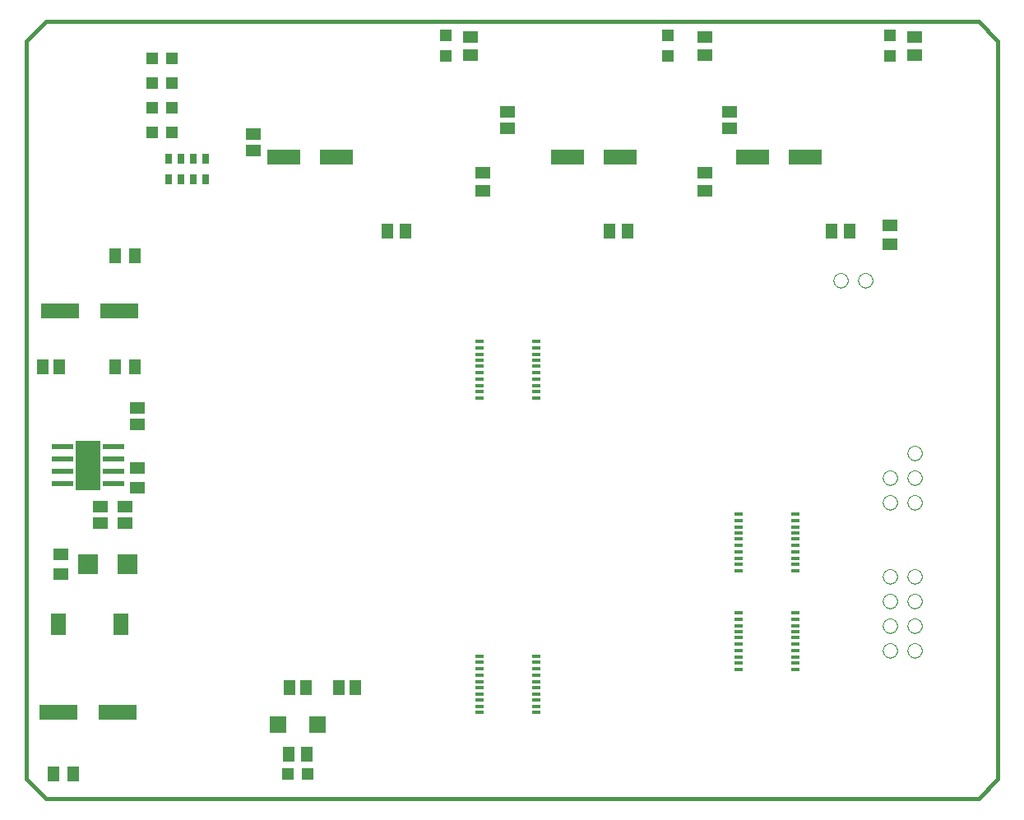
<source format=gtp>
G75*
%MOIN*%
%OFA0B0*%
%FSLAX25Y25*%
%IPPOS*%
%LPD*%
%AMOC8*
5,1,8,0,0,1.08239X$1,22.5*
%
%ADD10C,0.01600*%
%ADD11R,0.04724X0.04724*%
%ADD12R,0.05118X0.05906*%
%ADD13R,0.05906X0.05118*%
%ADD14R,0.13780X0.06299*%
%ADD15R,0.02953X0.04331*%
%ADD16R,0.08661X0.02362*%
%ADD17R,0.10000X0.20000*%
%ADD18R,0.06299X0.05118*%
%ADD19R,0.05118X0.06299*%
%ADD20R,0.15748X0.06299*%
%ADD21R,0.06299X0.08661*%
%ADD22R,0.03543X0.01378*%
%ADD23R,0.07087X0.06693*%
%ADD24C,0.00000*%
%ADD25R,0.07874X0.07874*%
D10*
X0015300Y0009674D02*
X0023174Y0001800D01*
X0401127Y0001800D01*
X0409001Y0009674D01*
X0409001Y0308887D01*
X0401127Y0316761D01*
X0023174Y0316761D01*
X0015300Y0308887D01*
X0015300Y0308800D02*
X0015300Y0009800D01*
D11*
X0121166Y0011800D03*
X0129434Y0011800D03*
X0074434Y0271800D03*
X0066166Y0271800D03*
X0066166Y0281800D03*
X0074434Y0281800D03*
X0074434Y0291800D03*
X0066166Y0291800D03*
X0066166Y0301800D03*
X0074434Y0301800D03*
X0185300Y0302666D03*
X0185300Y0310934D03*
X0275300Y0310934D03*
X0275300Y0302666D03*
X0365300Y0302666D03*
X0365300Y0310934D03*
D12*
X0349040Y0231800D03*
X0341560Y0231800D03*
X0259040Y0231800D03*
X0251560Y0231800D03*
X0169040Y0231800D03*
X0161560Y0231800D03*
X0028646Y0176800D03*
X0021954Y0176800D03*
X0121954Y0046800D03*
X0128646Y0046800D03*
X0141954Y0046800D03*
X0148646Y0046800D03*
X0129040Y0019800D03*
X0121560Y0019800D03*
D13*
X0055300Y0113454D03*
X0055300Y0120146D03*
X0045300Y0120146D03*
X0045300Y0113454D03*
X0060300Y0153454D03*
X0060300Y0160146D03*
X0107300Y0264454D03*
X0107300Y0271146D03*
X0195300Y0303060D03*
X0195300Y0310540D03*
X0210300Y0280146D03*
X0210300Y0273454D03*
X0200300Y0255540D03*
X0200300Y0248060D03*
X0290300Y0248060D03*
X0290300Y0255540D03*
X0300300Y0273454D03*
X0300300Y0280146D03*
X0290300Y0303060D03*
X0290300Y0310540D03*
X0375300Y0310540D03*
X0375300Y0303060D03*
X0365300Y0234040D03*
X0365300Y0226560D03*
D14*
X0330930Y0261800D03*
X0309670Y0261800D03*
X0255930Y0261800D03*
X0234670Y0261800D03*
X0140930Y0261800D03*
X0119670Y0261800D03*
D15*
X0087800Y0261013D03*
X0082800Y0261013D03*
X0077800Y0261013D03*
X0072800Y0261013D03*
X0072800Y0252587D03*
X0077800Y0252587D03*
X0082800Y0252587D03*
X0087800Y0252587D03*
D16*
X0050536Y0144300D03*
X0050536Y0139300D03*
X0050536Y0134300D03*
X0050536Y0129300D03*
X0030064Y0129300D03*
X0030064Y0134300D03*
X0030064Y0139300D03*
X0030064Y0144300D03*
D17*
X0040300Y0136800D03*
D18*
X0060300Y0135737D03*
X0060300Y0127863D03*
X0029300Y0100737D03*
X0029300Y0092863D03*
D19*
X0026363Y0011800D03*
X0034237Y0011800D03*
X0051363Y0176800D03*
X0059237Y0176800D03*
X0059237Y0221800D03*
X0051363Y0221800D03*
D20*
X0052820Y0199438D03*
X0028804Y0199438D03*
X0028292Y0036800D03*
X0052308Y0036800D03*
D21*
X0053489Y0072312D03*
X0028292Y0072312D03*
D22*
X0198784Y0059477D03*
X0198784Y0056918D03*
X0198784Y0054359D03*
X0198784Y0051800D03*
X0198784Y0049241D03*
X0198784Y0046682D03*
X0198784Y0044123D03*
X0198784Y0041741D03*
X0198784Y0039182D03*
X0198784Y0036623D03*
X0221816Y0036623D03*
X0221816Y0039182D03*
X0221816Y0041741D03*
X0221816Y0044123D03*
X0221816Y0046682D03*
X0221816Y0049241D03*
X0221816Y0051800D03*
X0221816Y0054359D03*
X0221816Y0056918D03*
X0221816Y0059477D03*
X0303784Y0059241D03*
X0303784Y0061800D03*
X0303784Y0064359D03*
X0303784Y0066918D03*
X0303784Y0069477D03*
X0303784Y0071859D03*
X0303784Y0074418D03*
X0303784Y0076977D03*
X0303784Y0094123D03*
X0303784Y0096682D03*
X0303784Y0099241D03*
X0303784Y0101800D03*
X0303784Y0104359D03*
X0303784Y0106918D03*
X0303784Y0109477D03*
X0303784Y0111859D03*
X0303784Y0114418D03*
X0303784Y0116977D03*
X0326816Y0116977D03*
X0326816Y0114418D03*
X0326816Y0111859D03*
X0326816Y0109477D03*
X0326816Y0106918D03*
X0326816Y0104359D03*
X0326816Y0101800D03*
X0326816Y0099241D03*
X0326816Y0096682D03*
X0326816Y0094123D03*
X0326816Y0076977D03*
X0326816Y0074418D03*
X0326816Y0071859D03*
X0326816Y0069477D03*
X0326816Y0066918D03*
X0326816Y0064359D03*
X0326816Y0061800D03*
X0326816Y0059241D03*
X0326816Y0056682D03*
X0326816Y0054123D03*
X0303784Y0054123D03*
X0303784Y0056682D03*
X0221816Y0164123D03*
X0221816Y0166682D03*
X0221816Y0169241D03*
X0221816Y0171800D03*
X0221816Y0174359D03*
X0221816Y0176918D03*
X0221816Y0179477D03*
X0221816Y0181859D03*
X0221816Y0184418D03*
X0221816Y0186977D03*
X0198784Y0186977D03*
X0198784Y0184418D03*
X0198784Y0181859D03*
X0198784Y0179477D03*
X0198784Y0176918D03*
X0198784Y0174359D03*
X0198784Y0171800D03*
X0198784Y0169241D03*
X0198784Y0166682D03*
X0198784Y0164123D03*
D23*
X0133371Y0031800D03*
X0117229Y0031800D03*
D24*
X0342400Y0211800D02*
X0342402Y0211907D01*
X0342408Y0212014D01*
X0342418Y0212121D01*
X0342432Y0212227D01*
X0342449Y0212333D01*
X0342471Y0212438D01*
X0342497Y0212542D01*
X0342526Y0212645D01*
X0342559Y0212747D01*
X0342596Y0212848D01*
X0342636Y0212947D01*
X0342681Y0213044D01*
X0342728Y0213140D01*
X0342780Y0213235D01*
X0342834Y0213327D01*
X0342892Y0213417D01*
X0342954Y0213505D01*
X0343018Y0213590D01*
X0343086Y0213673D01*
X0343157Y0213754D01*
X0343231Y0213832D01*
X0343307Y0213907D01*
X0343386Y0213979D01*
X0343468Y0214048D01*
X0343552Y0214114D01*
X0343639Y0214177D01*
X0343728Y0214237D01*
X0343819Y0214293D01*
X0343912Y0214346D01*
X0344007Y0214396D01*
X0344104Y0214442D01*
X0344203Y0214484D01*
X0344303Y0214523D01*
X0344404Y0214558D01*
X0344506Y0214589D01*
X0344610Y0214617D01*
X0344715Y0214640D01*
X0344820Y0214660D01*
X0344926Y0214676D01*
X0345032Y0214688D01*
X0345139Y0214696D01*
X0345246Y0214700D01*
X0345354Y0214700D01*
X0345461Y0214696D01*
X0345568Y0214688D01*
X0345674Y0214676D01*
X0345780Y0214660D01*
X0345885Y0214640D01*
X0345990Y0214617D01*
X0346094Y0214589D01*
X0346196Y0214558D01*
X0346297Y0214523D01*
X0346397Y0214484D01*
X0346496Y0214442D01*
X0346593Y0214396D01*
X0346688Y0214346D01*
X0346781Y0214293D01*
X0346872Y0214237D01*
X0346961Y0214177D01*
X0347048Y0214114D01*
X0347132Y0214048D01*
X0347214Y0213979D01*
X0347293Y0213907D01*
X0347369Y0213832D01*
X0347443Y0213754D01*
X0347514Y0213673D01*
X0347582Y0213590D01*
X0347646Y0213505D01*
X0347708Y0213417D01*
X0347766Y0213327D01*
X0347820Y0213235D01*
X0347872Y0213140D01*
X0347919Y0213044D01*
X0347964Y0212947D01*
X0348004Y0212848D01*
X0348041Y0212747D01*
X0348074Y0212645D01*
X0348103Y0212542D01*
X0348129Y0212438D01*
X0348151Y0212333D01*
X0348168Y0212227D01*
X0348182Y0212121D01*
X0348192Y0212014D01*
X0348198Y0211907D01*
X0348200Y0211800D01*
X0348198Y0211693D01*
X0348192Y0211586D01*
X0348182Y0211479D01*
X0348168Y0211373D01*
X0348151Y0211267D01*
X0348129Y0211162D01*
X0348103Y0211058D01*
X0348074Y0210955D01*
X0348041Y0210853D01*
X0348004Y0210752D01*
X0347964Y0210653D01*
X0347919Y0210556D01*
X0347872Y0210460D01*
X0347820Y0210365D01*
X0347766Y0210273D01*
X0347708Y0210183D01*
X0347646Y0210095D01*
X0347582Y0210010D01*
X0347514Y0209927D01*
X0347443Y0209846D01*
X0347369Y0209768D01*
X0347293Y0209693D01*
X0347214Y0209621D01*
X0347132Y0209552D01*
X0347048Y0209486D01*
X0346961Y0209423D01*
X0346872Y0209363D01*
X0346781Y0209307D01*
X0346688Y0209254D01*
X0346593Y0209204D01*
X0346496Y0209158D01*
X0346397Y0209116D01*
X0346297Y0209077D01*
X0346196Y0209042D01*
X0346094Y0209011D01*
X0345990Y0208983D01*
X0345885Y0208960D01*
X0345780Y0208940D01*
X0345674Y0208924D01*
X0345568Y0208912D01*
X0345461Y0208904D01*
X0345354Y0208900D01*
X0345246Y0208900D01*
X0345139Y0208904D01*
X0345032Y0208912D01*
X0344926Y0208924D01*
X0344820Y0208940D01*
X0344715Y0208960D01*
X0344610Y0208983D01*
X0344506Y0209011D01*
X0344404Y0209042D01*
X0344303Y0209077D01*
X0344203Y0209116D01*
X0344104Y0209158D01*
X0344007Y0209204D01*
X0343912Y0209254D01*
X0343819Y0209307D01*
X0343728Y0209363D01*
X0343639Y0209423D01*
X0343552Y0209486D01*
X0343468Y0209552D01*
X0343386Y0209621D01*
X0343307Y0209693D01*
X0343231Y0209768D01*
X0343157Y0209846D01*
X0343086Y0209927D01*
X0343018Y0210010D01*
X0342954Y0210095D01*
X0342892Y0210183D01*
X0342834Y0210273D01*
X0342780Y0210365D01*
X0342728Y0210460D01*
X0342681Y0210556D01*
X0342636Y0210653D01*
X0342596Y0210752D01*
X0342559Y0210853D01*
X0342526Y0210955D01*
X0342497Y0211058D01*
X0342471Y0211162D01*
X0342449Y0211267D01*
X0342432Y0211373D01*
X0342418Y0211479D01*
X0342408Y0211586D01*
X0342402Y0211693D01*
X0342400Y0211800D01*
X0352400Y0211800D02*
X0352402Y0211907D01*
X0352408Y0212014D01*
X0352418Y0212121D01*
X0352432Y0212227D01*
X0352449Y0212333D01*
X0352471Y0212438D01*
X0352497Y0212542D01*
X0352526Y0212645D01*
X0352559Y0212747D01*
X0352596Y0212848D01*
X0352636Y0212947D01*
X0352681Y0213044D01*
X0352728Y0213140D01*
X0352780Y0213235D01*
X0352834Y0213327D01*
X0352892Y0213417D01*
X0352954Y0213505D01*
X0353018Y0213590D01*
X0353086Y0213673D01*
X0353157Y0213754D01*
X0353231Y0213832D01*
X0353307Y0213907D01*
X0353386Y0213979D01*
X0353468Y0214048D01*
X0353552Y0214114D01*
X0353639Y0214177D01*
X0353728Y0214237D01*
X0353819Y0214293D01*
X0353912Y0214346D01*
X0354007Y0214396D01*
X0354104Y0214442D01*
X0354203Y0214484D01*
X0354303Y0214523D01*
X0354404Y0214558D01*
X0354506Y0214589D01*
X0354610Y0214617D01*
X0354715Y0214640D01*
X0354820Y0214660D01*
X0354926Y0214676D01*
X0355032Y0214688D01*
X0355139Y0214696D01*
X0355246Y0214700D01*
X0355354Y0214700D01*
X0355461Y0214696D01*
X0355568Y0214688D01*
X0355674Y0214676D01*
X0355780Y0214660D01*
X0355885Y0214640D01*
X0355990Y0214617D01*
X0356094Y0214589D01*
X0356196Y0214558D01*
X0356297Y0214523D01*
X0356397Y0214484D01*
X0356496Y0214442D01*
X0356593Y0214396D01*
X0356688Y0214346D01*
X0356781Y0214293D01*
X0356872Y0214237D01*
X0356961Y0214177D01*
X0357048Y0214114D01*
X0357132Y0214048D01*
X0357214Y0213979D01*
X0357293Y0213907D01*
X0357369Y0213832D01*
X0357443Y0213754D01*
X0357514Y0213673D01*
X0357582Y0213590D01*
X0357646Y0213505D01*
X0357708Y0213417D01*
X0357766Y0213327D01*
X0357820Y0213235D01*
X0357872Y0213140D01*
X0357919Y0213044D01*
X0357964Y0212947D01*
X0358004Y0212848D01*
X0358041Y0212747D01*
X0358074Y0212645D01*
X0358103Y0212542D01*
X0358129Y0212438D01*
X0358151Y0212333D01*
X0358168Y0212227D01*
X0358182Y0212121D01*
X0358192Y0212014D01*
X0358198Y0211907D01*
X0358200Y0211800D01*
X0358198Y0211693D01*
X0358192Y0211586D01*
X0358182Y0211479D01*
X0358168Y0211373D01*
X0358151Y0211267D01*
X0358129Y0211162D01*
X0358103Y0211058D01*
X0358074Y0210955D01*
X0358041Y0210853D01*
X0358004Y0210752D01*
X0357964Y0210653D01*
X0357919Y0210556D01*
X0357872Y0210460D01*
X0357820Y0210365D01*
X0357766Y0210273D01*
X0357708Y0210183D01*
X0357646Y0210095D01*
X0357582Y0210010D01*
X0357514Y0209927D01*
X0357443Y0209846D01*
X0357369Y0209768D01*
X0357293Y0209693D01*
X0357214Y0209621D01*
X0357132Y0209552D01*
X0357048Y0209486D01*
X0356961Y0209423D01*
X0356872Y0209363D01*
X0356781Y0209307D01*
X0356688Y0209254D01*
X0356593Y0209204D01*
X0356496Y0209158D01*
X0356397Y0209116D01*
X0356297Y0209077D01*
X0356196Y0209042D01*
X0356094Y0209011D01*
X0355990Y0208983D01*
X0355885Y0208960D01*
X0355780Y0208940D01*
X0355674Y0208924D01*
X0355568Y0208912D01*
X0355461Y0208904D01*
X0355354Y0208900D01*
X0355246Y0208900D01*
X0355139Y0208904D01*
X0355032Y0208912D01*
X0354926Y0208924D01*
X0354820Y0208940D01*
X0354715Y0208960D01*
X0354610Y0208983D01*
X0354506Y0209011D01*
X0354404Y0209042D01*
X0354303Y0209077D01*
X0354203Y0209116D01*
X0354104Y0209158D01*
X0354007Y0209204D01*
X0353912Y0209254D01*
X0353819Y0209307D01*
X0353728Y0209363D01*
X0353639Y0209423D01*
X0353552Y0209486D01*
X0353468Y0209552D01*
X0353386Y0209621D01*
X0353307Y0209693D01*
X0353231Y0209768D01*
X0353157Y0209846D01*
X0353086Y0209927D01*
X0353018Y0210010D01*
X0352954Y0210095D01*
X0352892Y0210183D01*
X0352834Y0210273D01*
X0352780Y0210365D01*
X0352728Y0210460D01*
X0352681Y0210556D01*
X0352636Y0210653D01*
X0352596Y0210752D01*
X0352559Y0210853D01*
X0352526Y0210955D01*
X0352497Y0211058D01*
X0352471Y0211162D01*
X0352449Y0211267D01*
X0352432Y0211373D01*
X0352418Y0211479D01*
X0352408Y0211586D01*
X0352402Y0211693D01*
X0352400Y0211800D01*
X0372400Y0141800D02*
X0372402Y0141907D01*
X0372408Y0142014D01*
X0372418Y0142121D01*
X0372432Y0142227D01*
X0372449Y0142333D01*
X0372471Y0142438D01*
X0372497Y0142542D01*
X0372526Y0142645D01*
X0372559Y0142747D01*
X0372596Y0142848D01*
X0372636Y0142947D01*
X0372681Y0143044D01*
X0372728Y0143140D01*
X0372780Y0143235D01*
X0372834Y0143327D01*
X0372892Y0143417D01*
X0372954Y0143505D01*
X0373018Y0143590D01*
X0373086Y0143673D01*
X0373157Y0143754D01*
X0373231Y0143832D01*
X0373307Y0143907D01*
X0373386Y0143979D01*
X0373468Y0144048D01*
X0373552Y0144114D01*
X0373639Y0144177D01*
X0373728Y0144237D01*
X0373819Y0144293D01*
X0373912Y0144346D01*
X0374007Y0144396D01*
X0374104Y0144442D01*
X0374203Y0144484D01*
X0374303Y0144523D01*
X0374404Y0144558D01*
X0374506Y0144589D01*
X0374610Y0144617D01*
X0374715Y0144640D01*
X0374820Y0144660D01*
X0374926Y0144676D01*
X0375032Y0144688D01*
X0375139Y0144696D01*
X0375246Y0144700D01*
X0375354Y0144700D01*
X0375461Y0144696D01*
X0375568Y0144688D01*
X0375674Y0144676D01*
X0375780Y0144660D01*
X0375885Y0144640D01*
X0375990Y0144617D01*
X0376094Y0144589D01*
X0376196Y0144558D01*
X0376297Y0144523D01*
X0376397Y0144484D01*
X0376496Y0144442D01*
X0376593Y0144396D01*
X0376688Y0144346D01*
X0376781Y0144293D01*
X0376872Y0144237D01*
X0376961Y0144177D01*
X0377048Y0144114D01*
X0377132Y0144048D01*
X0377214Y0143979D01*
X0377293Y0143907D01*
X0377369Y0143832D01*
X0377443Y0143754D01*
X0377514Y0143673D01*
X0377582Y0143590D01*
X0377646Y0143505D01*
X0377708Y0143417D01*
X0377766Y0143327D01*
X0377820Y0143235D01*
X0377872Y0143140D01*
X0377919Y0143044D01*
X0377964Y0142947D01*
X0378004Y0142848D01*
X0378041Y0142747D01*
X0378074Y0142645D01*
X0378103Y0142542D01*
X0378129Y0142438D01*
X0378151Y0142333D01*
X0378168Y0142227D01*
X0378182Y0142121D01*
X0378192Y0142014D01*
X0378198Y0141907D01*
X0378200Y0141800D01*
X0378198Y0141693D01*
X0378192Y0141586D01*
X0378182Y0141479D01*
X0378168Y0141373D01*
X0378151Y0141267D01*
X0378129Y0141162D01*
X0378103Y0141058D01*
X0378074Y0140955D01*
X0378041Y0140853D01*
X0378004Y0140752D01*
X0377964Y0140653D01*
X0377919Y0140556D01*
X0377872Y0140460D01*
X0377820Y0140365D01*
X0377766Y0140273D01*
X0377708Y0140183D01*
X0377646Y0140095D01*
X0377582Y0140010D01*
X0377514Y0139927D01*
X0377443Y0139846D01*
X0377369Y0139768D01*
X0377293Y0139693D01*
X0377214Y0139621D01*
X0377132Y0139552D01*
X0377048Y0139486D01*
X0376961Y0139423D01*
X0376872Y0139363D01*
X0376781Y0139307D01*
X0376688Y0139254D01*
X0376593Y0139204D01*
X0376496Y0139158D01*
X0376397Y0139116D01*
X0376297Y0139077D01*
X0376196Y0139042D01*
X0376094Y0139011D01*
X0375990Y0138983D01*
X0375885Y0138960D01*
X0375780Y0138940D01*
X0375674Y0138924D01*
X0375568Y0138912D01*
X0375461Y0138904D01*
X0375354Y0138900D01*
X0375246Y0138900D01*
X0375139Y0138904D01*
X0375032Y0138912D01*
X0374926Y0138924D01*
X0374820Y0138940D01*
X0374715Y0138960D01*
X0374610Y0138983D01*
X0374506Y0139011D01*
X0374404Y0139042D01*
X0374303Y0139077D01*
X0374203Y0139116D01*
X0374104Y0139158D01*
X0374007Y0139204D01*
X0373912Y0139254D01*
X0373819Y0139307D01*
X0373728Y0139363D01*
X0373639Y0139423D01*
X0373552Y0139486D01*
X0373468Y0139552D01*
X0373386Y0139621D01*
X0373307Y0139693D01*
X0373231Y0139768D01*
X0373157Y0139846D01*
X0373086Y0139927D01*
X0373018Y0140010D01*
X0372954Y0140095D01*
X0372892Y0140183D01*
X0372834Y0140273D01*
X0372780Y0140365D01*
X0372728Y0140460D01*
X0372681Y0140556D01*
X0372636Y0140653D01*
X0372596Y0140752D01*
X0372559Y0140853D01*
X0372526Y0140955D01*
X0372497Y0141058D01*
X0372471Y0141162D01*
X0372449Y0141267D01*
X0372432Y0141373D01*
X0372418Y0141479D01*
X0372408Y0141586D01*
X0372402Y0141693D01*
X0372400Y0141800D01*
X0372400Y0131800D02*
X0372402Y0131907D01*
X0372408Y0132014D01*
X0372418Y0132121D01*
X0372432Y0132227D01*
X0372449Y0132333D01*
X0372471Y0132438D01*
X0372497Y0132542D01*
X0372526Y0132645D01*
X0372559Y0132747D01*
X0372596Y0132848D01*
X0372636Y0132947D01*
X0372681Y0133044D01*
X0372728Y0133140D01*
X0372780Y0133235D01*
X0372834Y0133327D01*
X0372892Y0133417D01*
X0372954Y0133505D01*
X0373018Y0133590D01*
X0373086Y0133673D01*
X0373157Y0133754D01*
X0373231Y0133832D01*
X0373307Y0133907D01*
X0373386Y0133979D01*
X0373468Y0134048D01*
X0373552Y0134114D01*
X0373639Y0134177D01*
X0373728Y0134237D01*
X0373819Y0134293D01*
X0373912Y0134346D01*
X0374007Y0134396D01*
X0374104Y0134442D01*
X0374203Y0134484D01*
X0374303Y0134523D01*
X0374404Y0134558D01*
X0374506Y0134589D01*
X0374610Y0134617D01*
X0374715Y0134640D01*
X0374820Y0134660D01*
X0374926Y0134676D01*
X0375032Y0134688D01*
X0375139Y0134696D01*
X0375246Y0134700D01*
X0375354Y0134700D01*
X0375461Y0134696D01*
X0375568Y0134688D01*
X0375674Y0134676D01*
X0375780Y0134660D01*
X0375885Y0134640D01*
X0375990Y0134617D01*
X0376094Y0134589D01*
X0376196Y0134558D01*
X0376297Y0134523D01*
X0376397Y0134484D01*
X0376496Y0134442D01*
X0376593Y0134396D01*
X0376688Y0134346D01*
X0376781Y0134293D01*
X0376872Y0134237D01*
X0376961Y0134177D01*
X0377048Y0134114D01*
X0377132Y0134048D01*
X0377214Y0133979D01*
X0377293Y0133907D01*
X0377369Y0133832D01*
X0377443Y0133754D01*
X0377514Y0133673D01*
X0377582Y0133590D01*
X0377646Y0133505D01*
X0377708Y0133417D01*
X0377766Y0133327D01*
X0377820Y0133235D01*
X0377872Y0133140D01*
X0377919Y0133044D01*
X0377964Y0132947D01*
X0378004Y0132848D01*
X0378041Y0132747D01*
X0378074Y0132645D01*
X0378103Y0132542D01*
X0378129Y0132438D01*
X0378151Y0132333D01*
X0378168Y0132227D01*
X0378182Y0132121D01*
X0378192Y0132014D01*
X0378198Y0131907D01*
X0378200Y0131800D01*
X0378198Y0131693D01*
X0378192Y0131586D01*
X0378182Y0131479D01*
X0378168Y0131373D01*
X0378151Y0131267D01*
X0378129Y0131162D01*
X0378103Y0131058D01*
X0378074Y0130955D01*
X0378041Y0130853D01*
X0378004Y0130752D01*
X0377964Y0130653D01*
X0377919Y0130556D01*
X0377872Y0130460D01*
X0377820Y0130365D01*
X0377766Y0130273D01*
X0377708Y0130183D01*
X0377646Y0130095D01*
X0377582Y0130010D01*
X0377514Y0129927D01*
X0377443Y0129846D01*
X0377369Y0129768D01*
X0377293Y0129693D01*
X0377214Y0129621D01*
X0377132Y0129552D01*
X0377048Y0129486D01*
X0376961Y0129423D01*
X0376872Y0129363D01*
X0376781Y0129307D01*
X0376688Y0129254D01*
X0376593Y0129204D01*
X0376496Y0129158D01*
X0376397Y0129116D01*
X0376297Y0129077D01*
X0376196Y0129042D01*
X0376094Y0129011D01*
X0375990Y0128983D01*
X0375885Y0128960D01*
X0375780Y0128940D01*
X0375674Y0128924D01*
X0375568Y0128912D01*
X0375461Y0128904D01*
X0375354Y0128900D01*
X0375246Y0128900D01*
X0375139Y0128904D01*
X0375032Y0128912D01*
X0374926Y0128924D01*
X0374820Y0128940D01*
X0374715Y0128960D01*
X0374610Y0128983D01*
X0374506Y0129011D01*
X0374404Y0129042D01*
X0374303Y0129077D01*
X0374203Y0129116D01*
X0374104Y0129158D01*
X0374007Y0129204D01*
X0373912Y0129254D01*
X0373819Y0129307D01*
X0373728Y0129363D01*
X0373639Y0129423D01*
X0373552Y0129486D01*
X0373468Y0129552D01*
X0373386Y0129621D01*
X0373307Y0129693D01*
X0373231Y0129768D01*
X0373157Y0129846D01*
X0373086Y0129927D01*
X0373018Y0130010D01*
X0372954Y0130095D01*
X0372892Y0130183D01*
X0372834Y0130273D01*
X0372780Y0130365D01*
X0372728Y0130460D01*
X0372681Y0130556D01*
X0372636Y0130653D01*
X0372596Y0130752D01*
X0372559Y0130853D01*
X0372526Y0130955D01*
X0372497Y0131058D01*
X0372471Y0131162D01*
X0372449Y0131267D01*
X0372432Y0131373D01*
X0372418Y0131479D01*
X0372408Y0131586D01*
X0372402Y0131693D01*
X0372400Y0131800D01*
X0362400Y0131800D02*
X0362402Y0131907D01*
X0362408Y0132014D01*
X0362418Y0132121D01*
X0362432Y0132227D01*
X0362449Y0132333D01*
X0362471Y0132438D01*
X0362497Y0132542D01*
X0362526Y0132645D01*
X0362559Y0132747D01*
X0362596Y0132848D01*
X0362636Y0132947D01*
X0362681Y0133044D01*
X0362728Y0133140D01*
X0362780Y0133235D01*
X0362834Y0133327D01*
X0362892Y0133417D01*
X0362954Y0133505D01*
X0363018Y0133590D01*
X0363086Y0133673D01*
X0363157Y0133754D01*
X0363231Y0133832D01*
X0363307Y0133907D01*
X0363386Y0133979D01*
X0363468Y0134048D01*
X0363552Y0134114D01*
X0363639Y0134177D01*
X0363728Y0134237D01*
X0363819Y0134293D01*
X0363912Y0134346D01*
X0364007Y0134396D01*
X0364104Y0134442D01*
X0364203Y0134484D01*
X0364303Y0134523D01*
X0364404Y0134558D01*
X0364506Y0134589D01*
X0364610Y0134617D01*
X0364715Y0134640D01*
X0364820Y0134660D01*
X0364926Y0134676D01*
X0365032Y0134688D01*
X0365139Y0134696D01*
X0365246Y0134700D01*
X0365354Y0134700D01*
X0365461Y0134696D01*
X0365568Y0134688D01*
X0365674Y0134676D01*
X0365780Y0134660D01*
X0365885Y0134640D01*
X0365990Y0134617D01*
X0366094Y0134589D01*
X0366196Y0134558D01*
X0366297Y0134523D01*
X0366397Y0134484D01*
X0366496Y0134442D01*
X0366593Y0134396D01*
X0366688Y0134346D01*
X0366781Y0134293D01*
X0366872Y0134237D01*
X0366961Y0134177D01*
X0367048Y0134114D01*
X0367132Y0134048D01*
X0367214Y0133979D01*
X0367293Y0133907D01*
X0367369Y0133832D01*
X0367443Y0133754D01*
X0367514Y0133673D01*
X0367582Y0133590D01*
X0367646Y0133505D01*
X0367708Y0133417D01*
X0367766Y0133327D01*
X0367820Y0133235D01*
X0367872Y0133140D01*
X0367919Y0133044D01*
X0367964Y0132947D01*
X0368004Y0132848D01*
X0368041Y0132747D01*
X0368074Y0132645D01*
X0368103Y0132542D01*
X0368129Y0132438D01*
X0368151Y0132333D01*
X0368168Y0132227D01*
X0368182Y0132121D01*
X0368192Y0132014D01*
X0368198Y0131907D01*
X0368200Y0131800D01*
X0368198Y0131693D01*
X0368192Y0131586D01*
X0368182Y0131479D01*
X0368168Y0131373D01*
X0368151Y0131267D01*
X0368129Y0131162D01*
X0368103Y0131058D01*
X0368074Y0130955D01*
X0368041Y0130853D01*
X0368004Y0130752D01*
X0367964Y0130653D01*
X0367919Y0130556D01*
X0367872Y0130460D01*
X0367820Y0130365D01*
X0367766Y0130273D01*
X0367708Y0130183D01*
X0367646Y0130095D01*
X0367582Y0130010D01*
X0367514Y0129927D01*
X0367443Y0129846D01*
X0367369Y0129768D01*
X0367293Y0129693D01*
X0367214Y0129621D01*
X0367132Y0129552D01*
X0367048Y0129486D01*
X0366961Y0129423D01*
X0366872Y0129363D01*
X0366781Y0129307D01*
X0366688Y0129254D01*
X0366593Y0129204D01*
X0366496Y0129158D01*
X0366397Y0129116D01*
X0366297Y0129077D01*
X0366196Y0129042D01*
X0366094Y0129011D01*
X0365990Y0128983D01*
X0365885Y0128960D01*
X0365780Y0128940D01*
X0365674Y0128924D01*
X0365568Y0128912D01*
X0365461Y0128904D01*
X0365354Y0128900D01*
X0365246Y0128900D01*
X0365139Y0128904D01*
X0365032Y0128912D01*
X0364926Y0128924D01*
X0364820Y0128940D01*
X0364715Y0128960D01*
X0364610Y0128983D01*
X0364506Y0129011D01*
X0364404Y0129042D01*
X0364303Y0129077D01*
X0364203Y0129116D01*
X0364104Y0129158D01*
X0364007Y0129204D01*
X0363912Y0129254D01*
X0363819Y0129307D01*
X0363728Y0129363D01*
X0363639Y0129423D01*
X0363552Y0129486D01*
X0363468Y0129552D01*
X0363386Y0129621D01*
X0363307Y0129693D01*
X0363231Y0129768D01*
X0363157Y0129846D01*
X0363086Y0129927D01*
X0363018Y0130010D01*
X0362954Y0130095D01*
X0362892Y0130183D01*
X0362834Y0130273D01*
X0362780Y0130365D01*
X0362728Y0130460D01*
X0362681Y0130556D01*
X0362636Y0130653D01*
X0362596Y0130752D01*
X0362559Y0130853D01*
X0362526Y0130955D01*
X0362497Y0131058D01*
X0362471Y0131162D01*
X0362449Y0131267D01*
X0362432Y0131373D01*
X0362418Y0131479D01*
X0362408Y0131586D01*
X0362402Y0131693D01*
X0362400Y0131800D01*
X0362400Y0121800D02*
X0362402Y0121907D01*
X0362408Y0122014D01*
X0362418Y0122121D01*
X0362432Y0122227D01*
X0362449Y0122333D01*
X0362471Y0122438D01*
X0362497Y0122542D01*
X0362526Y0122645D01*
X0362559Y0122747D01*
X0362596Y0122848D01*
X0362636Y0122947D01*
X0362681Y0123044D01*
X0362728Y0123140D01*
X0362780Y0123235D01*
X0362834Y0123327D01*
X0362892Y0123417D01*
X0362954Y0123505D01*
X0363018Y0123590D01*
X0363086Y0123673D01*
X0363157Y0123754D01*
X0363231Y0123832D01*
X0363307Y0123907D01*
X0363386Y0123979D01*
X0363468Y0124048D01*
X0363552Y0124114D01*
X0363639Y0124177D01*
X0363728Y0124237D01*
X0363819Y0124293D01*
X0363912Y0124346D01*
X0364007Y0124396D01*
X0364104Y0124442D01*
X0364203Y0124484D01*
X0364303Y0124523D01*
X0364404Y0124558D01*
X0364506Y0124589D01*
X0364610Y0124617D01*
X0364715Y0124640D01*
X0364820Y0124660D01*
X0364926Y0124676D01*
X0365032Y0124688D01*
X0365139Y0124696D01*
X0365246Y0124700D01*
X0365354Y0124700D01*
X0365461Y0124696D01*
X0365568Y0124688D01*
X0365674Y0124676D01*
X0365780Y0124660D01*
X0365885Y0124640D01*
X0365990Y0124617D01*
X0366094Y0124589D01*
X0366196Y0124558D01*
X0366297Y0124523D01*
X0366397Y0124484D01*
X0366496Y0124442D01*
X0366593Y0124396D01*
X0366688Y0124346D01*
X0366781Y0124293D01*
X0366872Y0124237D01*
X0366961Y0124177D01*
X0367048Y0124114D01*
X0367132Y0124048D01*
X0367214Y0123979D01*
X0367293Y0123907D01*
X0367369Y0123832D01*
X0367443Y0123754D01*
X0367514Y0123673D01*
X0367582Y0123590D01*
X0367646Y0123505D01*
X0367708Y0123417D01*
X0367766Y0123327D01*
X0367820Y0123235D01*
X0367872Y0123140D01*
X0367919Y0123044D01*
X0367964Y0122947D01*
X0368004Y0122848D01*
X0368041Y0122747D01*
X0368074Y0122645D01*
X0368103Y0122542D01*
X0368129Y0122438D01*
X0368151Y0122333D01*
X0368168Y0122227D01*
X0368182Y0122121D01*
X0368192Y0122014D01*
X0368198Y0121907D01*
X0368200Y0121800D01*
X0368198Y0121693D01*
X0368192Y0121586D01*
X0368182Y0121479D01*
X0368168Y0121373D01*
X0368151Y0121267D01*
X0368129Y0121162D01*
X0368103Y0121058D01*
X0368074Y0120955D01*
X0368041Y0120853D01*
X0368004Y0120752D01*
X0367964Y0120653D01*
X0367919Y0120556D01*
X0367872Y0120460D01*
X0367820Y0120365D01*
X0367766Y0120273D01*
X0367708Y0120183D01*
X0367646Y0120095D01*
X0367582Y0120010D01*
X0367514Y0119927D01*
X0367443Y0119846D01*
X0367369Y0119768D01*
X0367293Y0119693D01*
X0367214Y0119621D01*
X0367132Y0119552D01*
X0367048Y0119486D01*
X0366961Y0119423D01*
X0366872Y0119363D01*
X0366781Y0119307D01*
X0366688Y0119254D01*
X0366593Y0119204D01*
X0366496Y0119158D01*
X0366397Y0119116D01*
X0366297Y0119077D01*
X0366196Y0119042D01*
X0366094Y0119011D01*
X0365990Y0118983D01*
X0365885Y0118960D01*
X0365780Y0118940D01*
X0365674Y0118924D01*
X0365568Y0118912D01*
X0365461Y0118904D01*
X0365354Y0118900D01*
X0365246Y0118900D01*
X0365139Y0118904D01*
X0365032Y0118912D01*
X0364926Y0118924D01*
X0364820Y0118940D01*
X0364715Y0118960D01*
X0364610Y0118983D01*
X0364506Y0119011D01*
X0364404Y0119042D01*
X0364303Y0119077D01*
X0364203Y0119116D01*
X0364104Y0119158D01*
X0364007Y0119204D01*
X0363912Y0119254D01*
X0363819Y0119307D01*
X0363728Y0119363D01*
X0363639Y0119423D01*
X0363552Y0119486D01*
X0363468Y0119552D01*
X0363386Y0119621D01*
X0363307Y0119693D01*
X0363231Y0119768D01*
X0363157Y0119846D01*
X0363086Y0119927D01*
X0363018Y0120010D01*
X0362954Y0120095D01*
X0362892Y0120183D01*
X0362834Y0120273D01*
X0362780Y0120365D01*
X0362728Y0120460D01*
X0362681Y0120556D01*
X0362636Y0120653D01*
X0362596Y0120752D01*
X0362559Y0120853D01*
X0362526Y0120955D01*
X0362497Y0121058D01*
X0362471Y0121162D01*
X0362449Y0121267D01*
X0362432Y0121373D01*
X0362418Y0121479D01*
X0362408Y0121586D01*
X0362402Y0121693D01*
X0362400Y0121800D01*
X0372400Y0121800D02*
X0372402Y0121907D01*
X0372408Y0122014D01*
X0372418Y0122121D01*
X0372432Y0122227D01*
X0372449Y0122333D01*
X0372471Y0122438D01*
X0372497Y0122542D01*
X0372526Y0122645D01*
X0372559Y0122747D01*
X0372596Y0122848D01*
X0372636Y0122947D01*
X0372681Y0123044D01*
X0372728Y0123140D01*
X0372780Y0123235D01*
X0372834Y0123327D01*
X0372892Y0123417D01*
X0372954Y0123505D01*
X0373018Y0123590D01*
X0373086Y0123673D01*
X0373157Y0123754D01*
X0373231Y0123832D01*
X0373307Y0123907D01*
X0373386Y0123979D01*
X0373468Y0124048D01*
X0373552Y0124114D01*
X0373639Y0124177D01*
X0373728Y0124237D01*
X0373819Y0124293D01*
X0373912Y0124346D01*
X0374007Y0124396D01*
X0374104Y0124442D01*
X0374203Y0124484D01*
X0374303Y0124523D01*
X0374404Y0124558D01*
X0374506Y0124589D01*
X0374610Y0124617D01*
X0374715Y0124640D01*
X0374820Y0124660D01*
X0374926Y0124676D01*
X0375032Y0124688D01*
X0375139Y0124696D01*
X0375246Y0124700D01*
X0375354Y0124700D01*
X0375461Y0124696D01*
X0375568Y0124688D01*
X0375674Y0124676D01*
X0375780Y0124660D01*
X0375885Y0124640D01*
X0375990Y0124617D01*
X0376094Y0124589D01*
X0376196Y0124558D01*
X0376297Y0124523D01*
X0376397Y0124484D01*
X0376496Y0124442D01*
X0376593Y0124396D01*
X0376688Y0124346D01*
X0376781Y0124293D01*
X0376872Y0124237D01*
X0376961Y0124177D01*
X0377048Y0124114D01*
X0377132Y0124048D01*
X0377214Y0123979D01*
X0377293Y0123907D01*
X0377369Y0123832D01*
X0377443Y0123754D01*
X0377514Y0123673D01*
X0377582Y0123590D01*
X0377646Y0123505D01*
X0377708Y0123417D01*
X0377766Y0123327D01*
X0377820Y0123235D01*
X0377872Y0123140D01*
X0377919Y0123044D01*
X0377964Y0122947D01*
X0378004Y0122848D01*
X0378041Y0122747D01*
X0378074Y0122645D01*
X0378103Y0122542D01*
X0378129Y0122438D01*
X0378151Y0122333D01*
X0378168Y0122227D01*
X0378182Y0122121D01*
X0378192Y0122014D01*
X0378198Y0121907D01*
X0378200Y0121800D01*
X0378198Y0121693D01*
X0378192Y0121586D01*
X0378182Y0121479D01*
X0378168Y0121373D01*
X0378151Y0121267D01*
X0378129Y0121162D01*
X0378103Y0121058D01*
X0378074Y0120955D01*
X0378041Y0120853D01*
X0378004Y0120752D01*
X0377964Y0120653D01*
X0377919Y0120556D01*
X0377872Y0120460D01*
X0377820Y0120365D01*
X0377766Y0120273D01*
X0377708Y0120183D01*
X0377646Y0120095D01*
X0377582Y0120010D01*
X0377514Y0119927D01*
X0377443Y0119846D01*
X0377369Y0119768D01*
X0377293Y0119693D01*
X0377214Y0119621D01*
X0377132Y0119552D01*
X0377048Y0119486D01*
X0376961Y0119423D01*
X0376872Y0119363D01*
X0376781Y0119307D01*
X0376688Y0119254D01*
X0376593Y0119204D01*
X0376496Y0119158D01*
X0376397Y0119116D01*
X0376297Y0119077D01*
X0376196Y0119042D01*
X0376094Y0119011D01*
X0375990Y0118983D01*
X0375885Y0118960D01*
X0375780Y0118940D01*
X0375674Y0118924D01*
X0375568Y0118912D01*
X0375461Y0118904D01*
X0375354Y0118900D01*
X0375246Y0118900D01*
X0375139Y0118904D01*
X0375032Y0118912D01*
X0374926Y0118924D01*
X0374820Y0118940D01*
X0374715Y0118960D01*
X0374610Y0118983D01*
X0374506Y0119011D01*
X0374404Y0119042D01*
X0374303Y0119077D01*
X0374203Y0119116D01*
X0374104Y0119158D01*
X0374007Y0119204D01*
X0373912Y0119254D01*
X0373819Y0119307D01*
X0373728Y0119363D01*
X0373639Y0119423D01*
X0373552Y0119486D01*
X0373468Y0119552D01*
X0373386Y0119621D01*
X0373307Y0119693D01*
X0373231Y0119768D01*
X0373157Y0119846D01*
X0373086Y0119927D01*
X0373018Y0120010D01*
X0372954Y0120095D01*
X0372892Y0120183D01*
X0372834Y0120273D01*
X0372780Y0120365D01*
X0372728Y0120460D01*
X0372681Y0120556D01*
X0372636Y0120653D01*
X0372596Y0120752D01*
X0372559Y0120853D01*
X0372526Y0120955D01*
X0372497Y0121058D01*
X0372471Y0121162D01*
X0372449Y0121267D01*
X0372432Y0121373D01*
X0372418Y0121479D01*
X0372408Y0121586D01*
X0372402Y0121693D01*
X0372400Y0121800D01*
X0372400Y0091800D02*
X0372402Y0091907D01*
X0372408Y0092014D01*
X0372418Y0092121D01*
X0372432Y0092227D01*
X0372449Y0092333D01*
X0372471Y0092438D01*
X0372497Y0092542D01*
X0372526Y0092645D01*
X0372559Y0092747D01*
X0372596Y0092848D01*
X0372636Y0092947D01*
X0372681Y0093044D01*
X0372728Y0093140D01*
X0372780Y0093235D01*
X0372834Y0093327D01*
X0372892Y0093417D01*
X0372954Y0093505D01*
X0373018Y0093590D01*
X0373086Y0093673D01*
X0373157Y0093754D01*
X0373231Y0093832D01*
X0373307Y0093907D01*
X0373386Y0093979D01*
X0373468Y0094048D01*
X0373552Y0094114D01*
X0373639Y0094177D01*
X0373728Y0094237D01*
X0373819Y0094293D01*
X0373912Y0094346D01*
X0374007Y0094396D01*
X0374104Y0094442D01*
X0374203Y0094484D01*
X0374303Y0094523D01*
X0374404Y0094558D01*
X0374506Y0094589D01*
X0374610Y0094617D01*
X0374715Y0094640D01*
X0374820Y0094660D01*
X0374926Y0094676D01*
X0375032Y0094688D01*
X0375139Y0094696D01*
X0375246Y0094700D01*
X0375354Y0094700D01*
X0375461Y0094696D01*
X0375568Y0094688D01*
X0375674Y0094676D01*
X0375780Y0094660D01*
X0375885Y0094640D01*
X0375990Y0094617D01*
X0376094Y0094589D01*
X0376196Y0094558D01*
X0376297Y0094523D01*
X0376397Y0094484D01*
X0376496Y0094442D01*
X0376593Y0094396D01*
X0376688Y0094346D01*
X0376781Y0094293D01*
X0376872Y0094237D01*
X0376961Y0094177D01*
X0377048Y0094114D01*
X0377132Y0094048D01*
X0377214Y0093979D01*
X0377293Y0093907D01*
X0377369Y0093832D01*
X0377443Y0093754D01*
X0377514Y0093673D01*
X0377582Y0093590D01*
X0377646Y0093505D01*
X0377708Y0093417D01*
X0377766Y0093327D01*
X0377820Y0093235D01*
X0377872Y0093140D01*
X0377919Y0093044D01*
X0377964Y0092947D01*
X0378004Y0092848D01*
X0378041Y0092747D01*
X0378074Y0092645D01*
X0378103Y0092542D01*
X0378129Y0092438D01*
X0378151Y0092333D01*
X0378168Y0092227D01*
X0378182Y0092121D01*
X0378192Y0092014D01*
X0378198Y0091907D01*
X0378200Y0091800D01*
X0378198Y0091693D01*
X0378192Y0091586D01*
X0378182Y0091479D01*
X0378168Y0091373D01*
X0378151Y0091267D01*
X0378129Y0091162D01*
X0378103Y0091058D01*
X0378074Y0090955D01*
X0378041Y0090853D01*
X0378004Y0090752D01*
X0377964Y0090653D01*
X0377919Y0090556D01*
X0377872Y0090460D01*
X0377820Y0090365D01*
X0377766Y0090273D01*
X0377708Y0090183D01*
X0377646Y0090095D01*
X0377582Y0090010D01*
X0377514Y0089927D01*
X0377443Y0089846D01*
X0377369Y0089768D01*
X0377293Y0089693D01*
X0377214Y0089621D01*
X0377132Y0089552D01*
X0377048Y0089486D01*
X0376961Y0089423D01*
X0376872Y0089363D01*
X0376781Y0089307D01*
X0376688Y0089254D01*
X0376593Y0089204D01*
X0376496Y0089158D01*
X0376397Y0089116D01*
X0376297Y0089077D01*
X0376196Y0089042D01*
X0376094Y0089011D01*
X0375990Y0088983D01*
X0375885Y0088960D01*
X0375780Y0088940D01*
X0375674Y0088924D01*
X0375568Y0088912D01*
X0375461Y0088904D01*
X0375354Y0088900D01*
X0375246Y0088900D01*
X0375139Y0088904D01*
X0375032Y0088912D01*
X0374926Y0088924D01*
X0374820Y0088940D01*
X0374715Y0088960D01*
X0374610Y0088983D01*
X0374506Y0089011D01*
X0374404Y0089042D01*
X0374303Y0089077D01*
X0374203Y0089116D01*
X0374104Y0089158D01*
X0374007Y0089204D01*
X0373912Y0089254D01*
X0373819Y0089307D01*
X0373728Y0089363D01*
X0373639Y0089423D01*
X0373552Y0089486D01*
X0373468Y0089552D01*
X0373386Y0089621D01*
X0373307Y0089693D01*
X0373231Y0089768D01*
X0373157Y0089846D01*
X0373086Y0089927D01*
X0373018Y0090010D01*
X0372954Y0090095D01*
X0372892Y0090183D01*
X0372834Y0090273D01*
X0372780Y0090365D01*
X0372728Y0090460D01*
X0372681Y0090556D01*
X0372636Y0090653D01*
X0372596Y0090752D01*
X0372559Y0090853D01*
X0372526Y0090955D01*
X0372497Y0091058D01*
X0372471Y0091162D01*
X0372449Y0091267D01*
X0372432Y0091373D01*
X0372418Y0091479D01*
X0372408Y0091586D01*
X0372402Y0091693D01*
X0372400Y0091800D01*
X0362400Y0091800D02*
X0362402Y0091907D01*
X0362408Y0092014D01*
X0362418Y0092121D01*
X0362432Y0092227D01*
X0362449Y0092333D01*
X0362471Y0092438D01*
X0362497Y0092542D01*
X0362526Y0092645D01*
X0362559Y0092747D01*
X0362596Y0092848D01*
X0362636Y0092947D01*
X0362681Y0093044D01*
X0362728Y0093140D01*
X0362780Y0093235D01*
X0362834Y0093327D01*
X0362892Y0093417D01*
X0362954Y0093505D01*
X0363018Y0093590D01*
X0363086Y0093673D01*
X0363157Y0093754D01*
X0363231Y0093832D01*
X0363307Y0093907D01*
X0363386Y0093979D01*
X0363468Y0094048D01*
X0363552Y0094114D01*
X0363639Y0094177D01*
X0363728Y0094237D01*
X0363819Y0094293D01*
X0363912Y0094346D01*
X0364007Y0094396D01*
X0364104Y0094442D01*
X0364203Y0094484D01*
X0364303Y0094523D01*
X0364404Y0094558D01*
X0364506Y0094589D01*
X0364610Y0094617D01*
X0364715Y0094640D01*
X0364820Y0094660D01*
X0364926Y0094676D01*
X0365032Y0094688D01*
X0365139Y0094696D01*
X0365246Y0094700D01*
X0365354Y0094700D01*
X0365461Y0094696D01*
X0365568Y0094688D01*
X0365674Y0094676D01*
X0365780Y0094660D01*
X0365885Y0094640D01*
X0365990Y0094617D01*
X0366094Y0094589D01*
X0366196Y0094558D01*
X0366297Y0094523D01*
X0366397Y0094484D01*
X0366496Y0094442D01*
X0366593Y0094396D01*
X0366688Y0094346D01*
X0366781Y0094293D01*
X0366872Y0094237D01*
X0366961Y0094177D01*
X0367048Y0094114D01*
X0367132Y0094048D01*
X0367214Y0093979D01*
X0367293Y0093907D01*
X0367369Y0093832D01*
X0367443Y0093754D01*
X0367514Y0093673D01*
X0367582Y0093590D01*
X0367646Y0093505D01*
X0367708Y0093417D01*
X0367766Y0093327D01*
X0367820Y0093235D01*
X0367872Y0093140D01*
X0367919Y0093044D01*
X0367964Y0092947D01*
X0368004Y0092848D01*
X0368041Y0092747D01*
X0368074Y0092645D01*
X0368103Y0092542D01*
X0368129Y0092438D01*
X0368151Y0092333D01*
X0368168Y0092227D01*
X0368182Y0092121D01*
X0368192Y0092014D01*
X0368198Y0091907D01*
X0368200Y0091800D01*
X0368198Y0091693D01*
X0368192Y0091586D01*
X0368182Y0091479D01*
X0368168Y0091373D01*
X0368151Y0091267D01*
X0368129Y0091162D01*
X0368103Y0091058D01*
X0368074Y0090955D01*
X0368041Y0090853D01*
X0368004Y0090752D01*
X0367964Y0090653D01*
X0367919Y0090556D01*
X0367872Y0090460D01*
X0367820Y0090365D01*
X0367766Y0090273D01*
X0367708Y0090183D01*
X0367646Y0090095D01*
X0367582Y0090010D01*
X0367514Y0089927D01*
X0367443Y0089846D01*
X0367369Y0089768D01*
X0367293Y0089693D01*
X0367214Y0089621D01*
X0367132Y0089552D01*
X0367048Y0089486D01*
X0366961Y0089423D01*
X0366872Y0089363D01*
X0366781Y0089307D01*
X0366688Y0089254D01*
X0366593Y0089204D01*
X0366496Y0089158D01*
X0366397Y0089116D01*
X0366297Y0089077D01*
X0366196Y0089042D01*
X0366094Y0089011D01*
X0365990Y0088983D01*
X0365885Y0088960D01*
X0365780Y0088940D01*
X0365674Y0088924D01*
X0365568Y0088912D01*
X0365461Y0088904D01*
X0365354Y0088900D01*
X0365246Y0088900D01*
X0365139Y0088904D01*
X0365032Y0088912D01*
X0364926Y0088924D01*
X0364820Y0088940D01*
X0364715Y0088960D01*
X0364610Y0088983D01*
X0364506Y0089011D01*
X0364404Y0089042D01*
X0364303Y0089077D01*
X0364203Y0089116D01*
X0364104Y0089158D01*
X0364007Y0089204D01*
X0363912Y0089254D01*
X0363819Y0089307D01*
X0363728Y0089363D01*
X0363639Y0089423D01*
X0363552Y0089486D01*
X0363468Y0089552D01*
X0363386Y0089621D01*
X0363307Y0089693D01*
X0363231Y0089768D01*
X0363157Y0089846D01*
X0363086Y0089927D01*
X0363018Y0090010D01*
X0362954Y0090095D01*
X0362892Y0090183D01*
X0362834Y0090273D01*
X0362780Y0090365D01*
X0362728Y0090460D01*
X0362681Y0090556D01*
X0362636Y0090653D01*
X0362596Y0090752D01*
X0362559Y0090853D01*
X0362526Y0090955D01*
X0362497Y0091058D01*
X0362471Y0091162D01*
X0362449Y0091267D01*
X0362432Y0091373D01*
X0362418Y0091479D01*
X0362408Y0091586D01*
X0362402Y0091693D01*
X0362400Y0091800D01*
X0362400Y0081800D02*
X0362402Y0081907D01*
X0362408Y0082014D01*
X0362418Y0082121D01*
X0362432Y0082227D01*
X0362449Y0082333D01*
X0362471Y0082438D01*
X0362497Y0082542D01*
X0362526Y0082645D01*
X0362559Y0082747D01*
X0362596Y0082848D01*
X0362636Y0082947D01*
X0362681Y0083044D01*
X0362728Y0083140D01*
X0362780Y0083235D01*
X0362834Y0083327D01*
X0362892Y0083417D01*
X0362954Y0083505D01*
X0363018Y0083590D01*
X0363086Y0083673D01*
X0363157Y0083754D01*
X0363231Y0083832D01*
X0363307Y0083907D01*
X0363386Y0083979D01*
X0363468Y0084048D01*
X0363552Y0084114D01*
X0363639Y0084177D01*
X0363728Y0084237D01*
X0363819Y0084293D01*
X0363912Y0084346D01*
X0364007Y0084396D01*
X0364104Y0084442D01*
X0364203Y0084484D01*
X0364303Y0084523D01*
X0364404Y0084558D01*
X0364506Y0084589D01*
X0364610Y0084617D01*
X0364715Y0084640D01*
X0364820Y0084660D01*
X0364926Y0084676D01*
X0365032Y0084688D01*
X0365139Y0084696D01*
X0365246Y0084700D01*
X0365354Y0084700D01*
X0365461Y0084696D01*
X0365568Y0084688D01*
X0365674Y0084676D01*
X0365780Y0084660D01*
X0365885Y0084640D01*
X0365990Y0084617D01*
X0366094Y0084589D01*
X0366196Y0084558D01*
X0366297Y0084523D01*
X0366397Y0084484D01*
X0366496Y0084442D01*
X0366593Y0084396D01*
X0366688Y0084346D01*
X0366781Y0084293D01*
X0366872Y0084237D01*
X0366961Y0084177D01*
X0367048Y0084114D01*
X0367132Y0084048D01*
X0367214Y0083979D01*
X0367293Y0083907D01*
X0367369Y0083832D01*
X0367443Y0083754D01*
X0367514Y0083673D01*
X0367582Y0083590D01*
X0367646Y0083505D01*
X0367708Y0083417D01*
X0367766Y0083327D01*
X0367820Y0083235D01*
X0367872Y0083140D01*
X0367919Y0083044D01*
X0367964Y0082947D01*
X0368004Y0082848D01*
X0368041Y0082747D01*
X0368074Y0082645D01*
X0368103Y0082542D01*
X0368129Y0082438D01*
X0368151Y0082333D01*
X0368168Y0082227D01*
X0368182Y0082121D01*
X0368192Y0082014D01*
X0368198Y0081907D01*
X0368200Y0081800D01*
X0368198Y0081693D01*
X0368192Y0081586D01*
X0368182Y0081479D01*
X0368168Y0081373D01*
X0368151Y0081267D01*
X0368129Y0081162D01*
X0368103Y0081058D01*
X0368074Y0080955D01*
X0368041Y0080853D01*
X0368004Y0080752D01*
X0367964Y0080653D01*
X0367919Y0080556D01*
X0367872Y0080460D01*
X0367820Y0080365D01*
X0367766Y0080273D01*
X0367708Y0080183D01*
X0367646Y0080095D01*
X0367582Y0080010D01*
X0367514Y0079927D01*
X0367443Y0079846D01*
X0367369Y0079768D01*
X0367293Y0079693D01*
X0367214Y0079621D01*
X0367132Y0079552D01*
X0367048Y0079486D01*
X0366961Y0079423D01*
X0366872Y0079363D01*
X0366781Y0079307D01*
X0366688Y0079254D01*
X0366593Y0079204D01*
X0366496Y0079158D01*
X0366397Y0079116D01*
X0366297Y0079077D01*
X0366196Y0079042D01*
X0366094Y0079011D01*
X0365990Y0078983D01*
X0365885Y0078960D01*
X0365780Y0078940D01*
X0365674Y0078924D01*
X0365568Y0078912D01*
X0365461Y0078904D01*
X0365354Y0078900D01*
X0365246Y0078900D01*
X0365139Y0078904D01*
X0365032Y0078912D01*
X0364926Y0078924D01*
X0364820Y0078940D01*
X0364715Y0078960D01*
X0364610Y0078983D01*
X0364506Y0079011D01*
X0364404Y0079042D01*
X0364303Y0079077D01*
X0364203Y0079116D01*
X0364104Y0079158D01*
X0364007Y0079204D01*
X0363912Y0079254D01*
X0363819Y0079307D01*
X0363728Y0079363D01*
X0363639Y0079423D01*
X0363552Y0079486D01*
X0363468Y0079552D01*
X0363386Y0079621D01*
X0363307Y0079693D01*
X0363231Y0079768D01*
X0363157Y0079846D01*
X0363086Y0079927D01*
X0363018Y0080010D01*
X0362954Y0080095D01*
X0362892Y0080183D01*
X0362834Y0080273D01*
X0362780Y0080365D01*
X0362728Y0080460D01*
X0362681Y0080556D01*
X0362636Y0080653D01*
X0362596Y0080752D01*
X0362559Y0080853D01*
X0362526Y0080955D01*
X0362497Y0081058D01*
X0362471Y0081162D01*
X0362449Y0081267D01*
X0362432Y0081373D01*
X0362418Y0081479D01*
X0362408Y0081586D01*
X0362402Y0081693D01*
X0362400Y0081800D01*
X0362400Y0071800D02*
X0362402Y0071907D01*
X0362408Y0072014D01*
X0362418Y0072121D01*
X0362432Y0072227D01*
X0362449Y0072333D01*
X0362471Y0072438D01*
X0362497Y0072542D01*
X0362526Y0072645D01*
X0362559Y0072747D01*
X0362596Y0072848D01*
X0362636Y0072947D01*
X0362681Y0073044D01*
X0362728Y0073140D01*
X0362780Y0073235D01*
X0362834Y0073327D01*
X0362892Y0073417D01*
X0362954Y0073505D01*
X0363018Y0073590D01*
X0363086Y0073673D01*
X0363157Y0073754D01*
X0363231Y0073832D01*
X0363307Y0073907D01*
X0363386Y0073979D01*
X0363468Y0074048D01*
X0363552Y0074114D01*
X0363639Y0074177D01*
X0363728Y0074237D01*
X0363819Y0074293D01*
X0363912Y0074346D01*
X0364007Y0074396D01*
X0364104Y0074442D01*
X0364203Y0074484D01*
X0364303Y0074523D01*
X0364404Y0074558D01*
X0364506Y0074589D01*
X0364610Y0074617D01*
X0364715Y0074640D01*
X0364820Y0074660D01*
X0364926Y0074676D01*
X0365032Y0074688D01*
X0365139Y0074696D01*
X0365246Y0074700D01*
X0365354Y0074700D01*
X0365461Y0074696D01*
X0365568Y0074688D01*
X0365674Y0074676D01*
X0365780Y0074660D01*
X0365885Y0074640D01*
X0365990Y0074617D01*
X0366094Y0074589D01*
X0366196Y0074558D01*
X0366297Y0074523D01*
X0366397Y0074484D01*
X0366496Y0074442D01*
X0366593Y0074396D01*
X0366688Y0074346D01*
X0366781Y0074293D01*
X0366872Y0074237D01*
X0366961Y0074177D01*
X0367048Y0074114D01*
X0367132Y0074048D01*
X0367214Y0073979D01*
X0367293Y0073907D01*
X0367369Y0073832D01*
X0367443Y0073754D01*
X0367514Y0073673D01*
X0367582Y0073590D01*
X0367646Y0073505D01*
X0367708Y0073417D01*
X0367766Y0073327D01*
X0367820Y0073235D01*
X0367872Y0073140D01*
X0367919Y0073044D01*
X0367964Y0072947D01*
X0368004Y0072848D01*
X0368041Y0072747D01*
X0368074Y0072645D01*
X0368103Y0072542D01*
X0368129Y0072438D01*
X0368151Y0072333D01*
X0368168Y0072227D01*
X0368182Y0072121D01*
X0368192Y0072014D01*
X0368198Y0071907D01*
X0368200Y0071800D01*
X0368198Y0071693D01*
X0368192Y0071586D01*
X0368182Y0071479D01*
X0368168Y0071373D01*
X0368151Y0071267D01*
X0368129Y0071162D01*
X0368103Y0071058D01*
X0368074Y0070955D01*
X0368041Y0070853D01*
X0368004Y0070752D01*
X0367964Y0070653D01*
X0367919Y0070556D01*
X0367872Y0070460D01*
X0367820Y0070365D01*
X0367766Y0070273D01*
X0367708Y0070183D01*
X0367646Y0070095D01*
X0367582Y0070010D01*
X0367514Y0069927D01*
X0367443Y0069846D01*
X0367369Y0069768D01*
X0367293Y0069693D01*
X0367214Y0069621D01*
X0367132Y0069552D01*
X0367048Y0069486D01*
X0366961Y0069423D01*
X0366872Y0069363D01*
X0366781Y0069307D01*
X0366688Y0069254D01*
X0366593Y0069204D01*
X0366496Y0069158D01*
X0366397Y0069116D01*
X0366297Y0069077D01*
X0366196Y0069042D01*
X0366094Y0069011D01*
X0365990Y0068983D01*
X0365885Y0068960D01*
X0365780Y0068940D01*
X0365674Y0068924D01*
X0365568Y0068912D01*
X0365461Y0068904D01*
X0365354Y0068900D01*
X0365246Y0068900D01*
X0365139Y0068904D01*
X0365032Y0068912D01*
X0364926Y0068924D01*
X0364820Y0068940D01*
X0364715Y0068960D01*
X0364610Y0068983D01*
X0364506Y0069011D01*
X0364404Y0069042D01*
X0364303Y0069077D01*
X0364203Y0069116D01*
X0364104Y0069158D01*
X0364007Y0069204D01*
X0363912Y0069254D01*
X0363819Y0069307D01*
X0363728Y0069363D01*
X0363639Y0069423D01*
X0363552Y0069486D01*
X0363468Y0069552D01*
X0363386Y0069621D01*
X0363307Y0069693D01*
X0363231Y0069768D01*
X0363157Y0069846D01*
X0363086Y0069927D01*
X0363018Y0070010D01*
X0362954Y0070095D01*
X0362892Y0070183D01*
X0362834Y0070273D01*
X0362780Y0070365D01*
X0362728Y0070460D01*
X0362681Y0070556D01*
X0362636Y0070653D01*
X0362596Y0070752D01*
X0362559Y0070853D01*
X0362526Y0070955D01*
X0362497Y0071058D01*
X0362471Y0071162D01*
X0362449Y0071267D01*
X0362432Y0071373D01*
X0362418Y0071479D01*
X0362408Y0071586D01*
X0362402Y0071693D01*
X0362400Y0071800D01*
X0362400Y0061800D02*
X0362402Y0061907D01*
X0362408Y0062014D01*
X0362418Y0062121D01*
X0362432Y0062227D01*
X0362449Y0062333D01*
X0362471Y0062438D01*
X0362497Y0062542D01*
X0362526Y0062645D01*
X0362559Y0062747D01*
X0362596Y0062848D01*
X0362636Y0062947D01*
X0362681Y0063044D01*
X0362728Y0063140D01*
X0362780Y0063235D01*
X0362834Y0063327D01*
X0362892Y0063417D01*
X0362954Y0063505D01*
X0363018Y0063590D01*
X0363086Y0063673D01*
X0363157Y0063754D01*
X0363231Y0063832D01*
X0363307Y0063907D01*
X0363386Y0063979D01*
X0363468Y0064048D01*
X0363552Y0064114D01*
X0363639Y0064177D01*
X0363728Y0064237D01*
X0363819Y0064293D01*
X0363912Y0064346D01*
X0364007Y0064396D01*
X0364104Y0064442D01*
X0364203Y0064484D01*
X0364303Y0064523D01*
X0364404Y0064558D01*
X0364506Y0064589D01*
X0364610Y0064617D01*
X0364715Y0064640D01*
X0364820Y0064660D01*
X0364926Y0064676D01*
X0365032Y0064688D01*
X0365139Y0064696D01*
X0365246Y0064700D01*
X0365354Y0064700D01*
X0365461Y0064696D01*
X0365568Y0064688D01*
X0365674Y0064676D01*
X0365780Y0064660D01*
X0365885Y0064640D01*
X0365990Y0064617D01*
X0366094Y0064589D01*
X0366196Y0064558D01*
X0366297Y0064523D01*
X0366397Y0064484D01*
X0366496Y0064442D01*
X0366593Y0064396D01*
X0366688Y0064346D01*
X0366781Y0064293D01*
X0366872Y0064237D01*
X0366961Y0064177D01*
X0367048Y0064114D01*
X0367132Y0064048D01*
X0367214Y0063979D01*
X0367293Y0063907D01*
X0367369Y0063832D01*
X0367443Y0063754D01*
X0367514Y0063673D01*
X0367582Y0063590D01*
X0367646Y0063505D01*
X0367708Y0063417D01*
X0367766Y0063327D01*
X0367820Y0063235D01*
X0367872Y0063140D01*
X0367919Y0063044D01*
X0367964Y0062947D01*
X0368004Y0062848D01*
X0368041Y0062747D01*
X0368074Y0062645D01*
X0368103Y0062542D01*
X0368129Y0062438D01*
X0368151Y0062333D01*
X0368168Y0062227D01*
X0368182Y0062121D01*
X0368192Y0062014D01*
X0368198Y0061907D01*
X0368200Y0061800D01*
X0368198Y0061693D01*
X0368192Y0061586D01*
X0368182Y0061479D01*
X0368168Y0061373D01*
X0368151Y0061267D01*
X0368129Y0061162D01*
X0368103Y0061058D01*
X0368074Y0060955D01*
X0368041Y0060853D01*
X0368004Y0060752D01*
X0367964Y0060653D01*
X0367919Y0060556D01*
X0367872Y0060460D01*
X0367820Y0060365D01*
X0367766Y0060273D01*
X0367708Y0060183D01*
X0367646Y0060095D01*
X0367582Y0060010D01*
X0367514Y0059927D01*
X0367443Y0059846D01*
X0367369Y0059768D01*
X0367293Y0059693D01*
X0367214Y0059621D01*
X0367132Y0059552D01*
X0367048Y0059486D01*
X0366961Y0059423D01*
X0366872Y0059363D01*
X0366781Y0059307D01*
X0366688Y0059254D01*
X0366593Y0059204D01*
X0366496Y0059158D01*
X0366397Y0059116D01*
X0366297Y0059077D01*
X0366196Y0059042D01*
X0366094Y0059011D01*
X0365990Y0058983D01*
X0365885Y0058960D01*
X0365780Y0058940D01*
X0365674Y0058924D01*
X0365568Y0058912D01*
X0365461Y0058904D01*
X0365354Y0058900D01*
X0365246Y0058900D01*
X0365139Y0058904D01*
X0365032Y0058912D01*
X0364926Y0058924D01*
X0364820Y0058940D01*
X0364715Y0058960D01*
X0364610Y0058983D01*
X0364506Y0059011D01*
X0364404Y0059042D01*
X0364303Y0059077D01*
X0364203Y0059116D01*
X0364104Y0059158D01*
X0364007Y0059204D01*
X0363912Y0059254D01*
X0363819Y0059307D01*
X0363728Y0059363D01*
X0363639Y0059423D01*
X0363552Y0059486D01*
X0363468Y0059552D01*
X0363386Y0059621D01*
X0363307Y0059693D01*
X0363231Y0059768D01*
X0363157Y0059846D01*
X0363086Y0059927D01*
X0363018Y0060010D01*
X0362954Y0060095D01*
X0362892Y0060183D01*
X0362834Y0060273D01*
X0362780Y0060365D01*
X0362728Y0060460D01*
X0362681Y0060556D01*
X0362636Y0060653D01*
X0362596Y0060752D01*
X0362559Y0060853D01*
X0362526Y0060955D01*
X0362497Y0061058D01*
X0362471Y0061162D01*
X0362449Y0061267D01*
X0362432Y0061373D01*
X0362418Y0061479D01*
X0362408Y0061586D01*
X0362402Y0061693D01*
X0362400Y0061800D01*
X0372400Y0061800D02*
X0372402Y0061907D01*
X0372408Y0062014D01*
X0372418Y0062121D01*
X0372432Y0062227D01*
X0372449Y0062333D01*
X0372471Y0062438D01*
X0372497Y0062542D01*
X0372526Y0062645D01*
X0372559Y0062747D01*
X0372596Y0062848D01*
X0372636Y0062947D01*
X0372681Y0063044D01*
X0372728Y0063140D01*
X0372780Y0063235D01*
X0372834Y0063327D01*
X0372892Y0063417D01*
X0372954Y0063505D01*
X0373018Y0063590D01*
X0373086Y0063673D01*
X0373157Y0063754D01*
X0373231Y0063832D01*
X0373307Y0063907D01*
X0373386Y0063979D01*
X0373468Y0064048D01*
X0373552Y0064114D01*
X0373639Y0064177D01*
X0373728Y0064237D01*
X0373819Y0064293D01*
X0373912Y0064346D01*
X0374007Y0064396D01*
X0374104Y0064442D01*
X0374203Y0064484D01*
X0374303Y0064523D01*
X0374404Y0064558D01*
X0374506Y0064589D01*
X0374610Y0064617D01*
X0374715Y0064640D01*
X0374820Y0064660D01*
X0374926Y0064676D01*
X0375032Y0064688D01*
X0375139Y0064696D01*
X0375246Y0064700D01*
X0375354Y0064700D01*
X0375461Y0064696D01*
X0375568Y0064688D01*
X0375674Y0064676D01*
X0375780Y0064660D01*
X0375885Y0064640D01*
X0375990Y0064617D01*
X0376094Y0064589D01*
X0376196Y0064558D01*
X0376297Y0064523D01*
X0376397Y0064484D01*
X0376496Y0064442D01*
X0376593Y0064396D01*
X0376688Y0064346D01*
X0376781Y0064293D01*
X0376872Y0064237D01*
X0376961Y0064177D01*
X0377048Y0064114D01*
X0377132Y0064048D01*
X0377214Y0063979D01*
X0377293Y0063907D01*
X0377369Y0063832D01*
X0377443Y0063754D01*
X0377514Y0063673D01*
X0377582Y0063590D01*
X0377646Y0063505D01*
X0377708Y0063417D01*
X0377766Y0063327D01*
X0377820Y0063235D01*
X0377872Y0063140D01*
X0377919Y0063044D01*
X0377964Y0062947D01*
X0378004Y0062848D01*
X0378041Y0062747D01*
X0378074Y0062645D01*
X0378103Y0062542D01*
X0378129Y0062438D01*
X0378151Y0062333D01*
X0378168Y0062227D01*
X0378182Y0062121D01*
X0378192Y0062014D01*
X0378198Y0061907D01*
X0378200Y0061800D01*
X0378198Y0061693D01*
X0378192Y0061586D01*
X0378182Y0061479D01*
X0378168Y0061373D01*
X0378151Y0061267D01*
X0378129Y0061162D01*
X0378103Y0061058D01*
X0378074Y0060955D01*
X0378041Y0060853D01*
X0378004Y0060752D01*
X0377964Y0060653D01*
X0377919Y0060556D01*
X0377872Y0060460D01*
X0377820Y0060365D01*
X0377766Y0060273D01*
X0377708Y0060183D01*
X0377646Y0060095D01*
X0377582Y0060010D01*
X0377514Y0059927D01*
X0377443Y0059846D01*
X0377369Y0059768D01*
X0377293Y0059693D01*
X0377214Y0059621D01*
X0377132Y0059552D01*
X0377048Y0059486D01*
X0376961Y0059423D01*
X0376872Y0059363D01*
X0376781Y0059307D01*
X0376688Y0059254D01*
X0376593Y0059204D01*
X0376496Y0059158D01*
X0376397Y0059116D01*
X0376297Y0059077D01*
X0376196Y0059042D01*
X0376094Y0059011D01*
X0375990Y0058983D01*
X0375885Y0058960D01*
X0375780Y0058940D01*
X0375674Y0058924D01*
X0375568Y0058912D01*
X0375461Y0058904D01*
X0375354Y0058900D01*
X0375246Y0058900D01*
X0375139Y0058904D01*
X0375032Y0058912D01*
X0374926Y0058924D01*
X0374820Y0058940D01*
X0374715Y0058960D01*
X0374610Y0058983D01*
X0374506Y0059011D01*
X0374404Y0059042D01*
X0374303Y0059077D01*
X0374203Y0059116D01*
X0374104Y0059158D01*
X0374007Y0059204D01*
X0373912Y0059254D01*
X0373819Y0059307D01*
X0373728Y0059363D01*
X0373639Y0059423D01*
X0373552Y0059486D01*
X0373468Y0059552D01*
X0373386Y0059621D01*
X0373307Y0059693D01*
X0373231Y0059768D01*
X0373157Y0059846D01*
X0373086Y0059927D01*
X0373018Y0060010D01*
X0372954Y0060095D01*
X0372892Y0060183D01*
X0372834Y0060273D01*
X0372780Y0060365D01*
X0372728Y0060460D01*
X0372681Y0060556D01*
X0372636Y0060653D01*
X0372596Y0060752D01*
X0372559Y0060853D01*
X0372526Y0060955D01*
X0372497Y0061058D01*
X0372471Y0061162D01*
X0372449Y0061267D01*
X0372432Y0061373D01*
X0372418Y0061479D01*
X0372408Y0061586D01*
X0372402Y0061693D01*
X0372400Y0061800D01*
X0372400Y0071800D02*
X0372402Y0071907D01*
X0372408Y0072014D01*
X0372418Y0072121D01*
X0372432Y0072227D01*
X0372449Y0072333D01*
X0372471Y0072438D01*
X0372497Y0072542D01*
X0372526Y0072645D01*
X0372559Y0072747D01*
X0372596Y0072848D01*
X0372636Y0072947D01*
X0372681Y0073044D01*
X0372728Y0073140D01*
X0372780Y0073235D01*
X0372834Y0073327D01*
X0372892Y0073417D01*
X0372954Y0073505D01*
X0373018Y0073590D01*
X0373086Y0073673D01*
X0373157Y0073754D01*
X0373231Y0073832D01*
X0373307Y0073907D01*
X0373386Y0073979D01*
X0373468Y0074048D01*
X0373552Y0074114D01*
X0373639Y0074177D01*
X0373728Y0074237D01*
X0373819Y0074293D01*
X0373912Y0074346D01*
X0374007Y0074396D01*
X0374104Y0074442D01*
X0374203Y0074484D01*
X0374303Y0074523D01*
X0374404Y0074558D01*
X0374506Y0074589D01*
X0374610Y0074617D01*
X0374715Y0074640D01*
X0374820Y0074660D01*
X0374926Y0074676D01*
X0375032Y0074688D01*
X0375139Y0074696D01*
X0375246Y0074700D01*
X0375354Y0074700D01*
X0375461Y0074696D01*
X0375568Y0074688D01*
X0375674Y0074676D01*
X0375780Y0074660D01*
X0375885Y0074640D01*
X0375990Y0074617D01*
X0376094Y0074589D01*
X0376196Y0074558D01*
X0376297Y0074523D01*
X0376397Y0074484D01*
X0376496Y0074442D01*
X0376593Y0074396D01*
X0376688Y0074346D01*
X0376781Y0074293D01*
X0376872Y0074237D01*
X0376961Y0074177D01*
X0377048Y0074114D01*
X0377132Y0074048D01*
X0377214Y0073979D01*
X0377293Y0073907D01*
X0377369Y0073832D01*
X0377443Y0073754D01*
X0377514Y0073673D01*
X0377582Y0073590D01*
X0377646Y0073505D01*
X0377708Y0073417D01*
X0377766Y0073327D01*
X0377820Y0073235D01*
X0377872Y0073140D01*
X0377919Y0073044D01*
X0377964Y0072947D01*
X0378004Y0072848D01*
X0378041Y0072747D01*
X0378074Y0072645D01*
X0378103Y0072542D01*
X0378129Y0072438D01*
X0378151Y0072333D01*
X0378168Y0072227D01*
X0378182Y0072121D01*
X0378192Y0072014D01*
X0378198Y0071907D01*
X0378200Y0071800D01*
X0378198Y0071693D01*
X0378192Y0071586D01*
X0378182Y0071479D01*
X0378168Y0071373D01*
X0378151Y0071267D01*
X0378129Y0071162D01*
X0378103Y0071058D01*
X0378074Y0070955D01*
X0378041Y0070853D01*
X0378004Y0070752D01*
X0377964Y0070653D01*
X0377919Y0070556D01*
X0377872Y0070460D01*
X0377820Y0070365D01*
X0377766Y0070273D01*
X0377708Y0070183D01*
X0377646Y0070095D01*
X0377582Y0070010D01*
X0377514Y0069927D01*
X0377443Y0069846D01*
X0377369Y0069768D01*
X0377293Y0069693D01*
X0377214Y0069621D01*
X0377132Y0069552D01*
X0377048Y0069486D01*
X0376961Y0069423D01*
X0376872Y0069363D01*
X0376781Y0069307D01*
X0376688Y0069254D01*
X0376593Y0069204D01*
X0376496Y0069158D01*
X0376397Y0069116D01*
X0376297Y0069077D01*
X0376196Y0069042D01*
X0376094Y0069011D01*
X0375990Y0068983D01*
X0375885Y0068960D01*
X0375780Y0068940D01*
X0375674Y0068924D01*
X0375568Y0068912D01*
X0375461Y0068904D01*
X0375354Y0068900D01*
X0375246Y0068900D01*
X0375139Y0068904D01*
X0375032Y0068912D01*
X0374926Y0068924D01*
X0374820Y0068940D01*
X0374715Y0068960D01*
X0374610Y0068983D01*
X0374506Y0069011D01*
X0374404Y0069042D01*
X0374303Y0069077D01*
X0374203Y0069116D01*
X0374104Y0069158D01*
X0374007Y0069204D01*
X0373912Y0069254D01*
X0373819Y0069307D01*
X0373728Y0069363D01*
X0373639Y0069423D01*
X0373552Y0069486D01*
X0373468Y0069552D01*
X0373386Y0069621D01*
X0373307Y0069693D01*
X0373231Y0069768D01*
X0373157Y0069846D01*
X0373086Y0069927D01*
X0373018Y0070010D01*
X0372954Y0070095D01*
X0372892Y0070183D01*
X0372834Y0070273D01*
X0372780Y0070365D01*
X0372728Y0070460D01*
X0372681Y0070556D01*
X0372636Y0070653D01*
X0372596Y0070752D01*
X0372559Y0070853D01*
X0372526Y0070955D01*
X0372497Y0071058D01*
X0372471Y0071162D01*
X0372449Y0071267D01*
X0372432Y0071373D01*
X0372418Y0071479D01*
X0372408Y0071586D01*
X0372402Y0071693D01*
X0372400Y0071800D01*
X0372400Y0081800D02*
X0372402Y0081907D01*
X0372408Y0082014D01*
X0372418Y0082121D01*
X0372432Y0082227D01*
X0372449Y0082333D01*
X0372471Y0082438D01*
X0372497Y0082542D01*
X0372526Y0082645D01*
X0372559Y0082747D01*
X0372596Y0082848D01*
X0372636Y0082947D01*
X0372681Y0083044D01*
X0372728Y0083140D01*
X0372780Y0083235D01*
X0372834Y0083327D01*
X0372892Y0083417D01*
X0372954Y0083505D01*
X0373018Y0083590D01*
X0373086Y0083673D01*
X0373157Y0083754D01*
X0373231Y0083832D01*
X0373307Y0083907D01*
X0373386Y0083979D01*
X0373468Y0084048D01*
X0373552Y0084114D01*
X0373639Y0084177D01*
X0373728Y0084237D01*
X0373819Y0084293D01*
X0373912Y0084346D01*
X0374007Y0084396D01*
X0374104Y0084442D01*
X0374203Y0084484D01*
X0374303Y0084523D01*
X0374404Y0084558D01*
X0374506Y0084589D01*
X0374610Y0084617D01*
X0374715Y0084640D01*
X0374820Y0084660D01*
X0374926Y0084676D01*
X0375032Y0084688D01*
X0375139Y0084696D01*
X0375246Y0084700D01*
X0375354Y0084700D01*
X0375461Y0084696D01*
X0375568Y0084688D01*
X0375674Y0084676D01*
X0375780Y0084660D01*
X0375885Y0084640D01*
X0375990Y0084617D01*
X0376094Y0084589D01*
X0376196Y0084558D01*
X0376297Y0084523D01*
X0376397Y0084484D01*
X0376496Y0084442D01*
X0376593Y0084396D01*
X0376688Y0084346D01*
X0376781Y0084293D01*
X0376872Y0084237D01*
X0376961Y0084177D01*
X0377048Y0084114D01*
X0377132Y0084048D01*
X0377214Y0083979D01*
X0377293Y0083907D01*
X0377369Y0083832D01*
X0377443Y0083754D01*
X0377514Y0083673D01*
X0377582Y0083590D01*
X0377646Y0083505D01*
X0377708Y0083417D01*
X0377766Y0083327D01*
X0377820Y0083235D01*
X0377872Y0083140D01*
X0377919Y0083044D01*
X0377964Y0082947D01*
X0378004Y0082848D01*
X0378041Y0082747D01*
X0378074Y0082645D01*
X0378103Y0082542D01*
X0378129Y0082438D01*
X0378151Y0082333D01*
X0378168Y0082227D01*
X0378182Y0082121D01*
X0378192Y0082014D01*
X0378198Y0081907D01*
X0378200Y0081800D01*
X0378198Y0081693D01*
X0378192Y0081586D01*
X0378182Y0081479D01*
X0378168Y0081373D01*
X0378151Y0081267D01*
X0378129Y0081162D01*
X0378103Y0081058D01*
X0378074Y0080955D01*
X0378041Y0080853D01*
X0378004Y0080752D01*
X0377964Y0080653D01*
X0377919Y0080556D01*
X0377872Y0080460D01*
X0377820Y0080365D01*
X0377766Y0080273D01*
X0377708Y0080183D01*
X0377646Y0080095D01*
X0377582Y0080010D01*
X0377514Y0079927D01*
X0377443Y0079846D01*
X0377369Y0079768D01*
X0377293Y0079693D01*
X0377214Y0079621D01*
X0377132Y0079552D01*
X0377048Y0079486D01*
X0376961Y0079423D01*
X0376872Y0079363D01*
X0376781Y0079307D01*
X0376688Y0079254D01*
X0376593Y0079204D01*
X0376496Y0079158D01*
X0376397Y0079116D01*
X0376297Y0079077D01*
X0376196Y0079042D01*
X0376094Y0079011D01*
X0375990Y0078983D01*
X0375885Y0078960D01*
X0375780Y0078940D01*
X0375674Y0078924D01*
X0375568Y0078912D01*
X0375461Y0078904D01*
X0375354Y0078900D01*
X0375246Y0078900D01*
X0375139Y0078904D01*
X0375032Y0078912D01*
X0374926Y0078924D01*
X0374820Y0078940D01*
X0374715Y0078960D01*
X0374610Y0078983D01*
X0374506Y0079011D01*
X0374404Y0079042D01*
X0374303Y0079077D01*
X0374203Y0079116D01*
X0374104Y0079158D01*
X0374007Y0079204D01*
X0373912Y0079254D01*
X0373819Y0079307D01*
X0373728Y0079363D01*
X0373639Y0079423D01*
X0373552Y0079486D01*
X0373468Y0079552D01*
X0373386Y0079621D01*
X0373307Y0079693D01*
X0373231Y0079768D01*
X0373157Y0079846D01*
X0373086Y0079927D01*
X0373018Y0080010D01*
X0372954Y0080095D01*
X0372892Y0080183D01*
X0372834Y0080273D01*
X0372780Y0080365D01*
X0372728Y0080460D01*
X0372681Y0080556D01*
X0372636Y0080653D01*
X0372596Y0080752D01*
X0372559Y0080853D01*
X0372526Y0080955D01*
X0372497Y0081058D01*
X0372471Y0081162D01*
X0372449Y0081267D01*
X0372432Y0081373D01*
X0372418Y0081479D01*
X0372408Y0081586D01*
X0372402Y0081693D01*
X0372400Y0081800D01*
D25*
X0056174Y0096800D03*
X0040426Y0096800D03*
M02*

</source>
